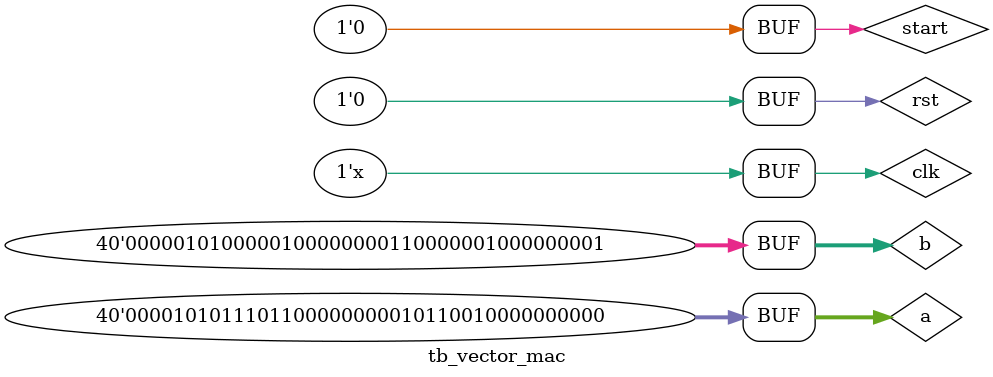
<source format=v>
`timescale 1ns / 1ps


module tb_vector_mac;

	// Inputs
	reg clk;
	reg rst;
	reg start;
	reg [39:0] a;
	reg [39:0] b;

	// Outputs
	wire [8+8+4-1:0] result;
	wire valid;

	// Instantiate the Unit Under Test (UUT)
	vector_mac uut (
		.clk(clk), 
		.rst(rst), 
		.start(start), 
		.a(a), 
		.b(b), 
		.result(result), 
		.valid(valid)
	);

    always 
        #1 clk = ~clk;

	initial begin
		// Initialize Inputs
		clk = 0;
		rst = 0;
		start = 0;
		a = 0;
		b = 0;

        #20 rst = 1;
        #2  rst = 0;

        #20 start = 1;
            a = {8'd10, -8'd20, 8'd1, 8'd100, 8'd0};
            b = {8'd5,   8'd4,  8'd3, 8'd2,   8'd1};
        #2  start = 0;

	end
      
endmodule


</source>
